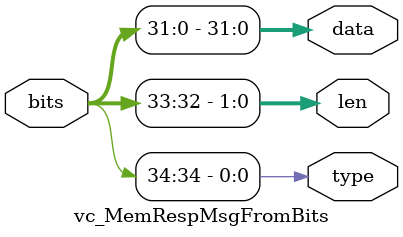
<source format=v>

`ifndef VC_MEM_RESP_MSG_V
`define VC_MEM_RESP_MSG_V


// Data field

`define VC_MEM_RESP_MSG_DATA_SZ( p_data_sz )                            \
  p_data_sz

`define VC_MEM_RESP_MSG_DATA_MSB( p_data_sz )                           \
  ( `VC_MEM_RESP_MSG_DATA_SZ( p_data_sz ) - 1 )

`define VC_MEM_RESP_MSG_DATA_FIELD( p_data_sz )                         \
  (`VC_MEM_RESP_MSG_DATA_MSB( p_data_sz )):                             \
  0

// Length field

`define VC_MEM_RESP_MSG_LEN_SZ( p_data_sz )                             \
  ($clog2(p_data_sz/8))

`define VC_MEM_RESP_MSG_LEN_MSB( p_data_sz )                            \
  (   `VC_MEM_RESP_MSG_DATA_MSB( p_data_sz )                            \
    + `VC_MEM_RESP_MSG_LEN_SZ( p_data_sz ) )

`define VC_MEM_RESP_MSG_LEN_FIELD( p_data_sz )                          \
  (`VC_MEM_RESP_MSG_LEN_MSB( p_data_sz )):                              \
  (`VC_MEM_RESP_MSG_DATA_MSB( p_data_sz ) + 1)

// Type field

`define VC_MEM_RESP_MSG_TYPE_SZ( p_data_sz ) 1
`define VC_MEM_RESP_MSG_TYPE_READ            1'd0
`define VC_MEM_RESP_MSG_TYPE_WRITE           1'd1

`define VC_MEM_RESP_MSG_TYPE_MSB( p_data_sz )                           \
  (   `VC_MEM_RESP_MSG_LEN_MSB( p_data_sz )                             \
    + `VC_MEM_RESP_MSG_TYPE_SZ( p_data_sz ) )

`define VC_MEM_RESP_MSG_TYPE_FIELD( p_data_sz )                         \
  (`VC_MEM_RESP_MSG_TYPE_MSB( p_data_sz )):                             \
  (`VC_MEM_RESP_MSG_LEN_MSB( p_data_sz ) + 1)

// Total size of message

`define VC_MEM_RESP_MSG_SZ( p_data_sz )                                 \
  (   `VC_MEM_RESP_MSG_TYPE_SZ( p_data_sz )                             \
    + `VC_MEM_RESP_MSG_LEN_SZ(  p_data_sz )                             \
    + `VC_MEM_RESP_MSG_DATA_SZ( p_data_sz ) )

//------------------------------------------------------------------------
// Convert message to bits
//------------------------------------------------------------------------

module vc_MemRespMsgToBits
#(
  parameter p_data_sz = 32
)(
  // Input message

  input [`VC_MEM_RESP_MSG_TYPE_SZ(p_data_sz)-1:0] type,
  input [`VC_MEM_RESP_MSG_LEN_SZ(p_data_sz)-1:0]  len,
  input [`VC_MEM_RESP_MSG_DATA_SZ(p_data_sz)-1:0] data,

  // Output bits

  output [`VC_MEM_RESP_MSG_SZ(p_data_sz)-1:0] bits
);

  assign bits[`VC_MEM_RESP_MSG_TYPE_FIELD(p_data_sz)] = type;
  assign bits[`VC_MEM_RESP_MSG_LEN_FIELD(p_data_sz)]  = len;
  assign bits[`VC_MEM_RESP_MSG_DATA_FIELD(p_data_sz)] = data;

endmodule

//------------------------------------------------------------------------
// Convert message from bits
//------------------------------------------------------------------------

module vc_MemRespMsgFromBits
#(
  parameter p_data_sz = 32
)(
  // Input bits

  input [`VC_MEM_RESP_MSG_SZ(p_data_sz)-1:0] bits,

  // Output message

  output [`VC_MEM_RESP_MSG_TYPE_SZ(p_data_sz)-1:0] type,
  output [`VC_MEM_RESP_MSG_LEN_SZ(p_data_sz)-1:0] len,
  output [`VC_MEM_RESP_MSG_DATA_SZ(p_data_sz)-1:0] data
);

  assign type = bits[`VC_MEM_RESP_MSG_TYPE_FIELD(p_data_sz)];
  assign len  = bits[`VC_MEM_RESP_MSG_LEN_FIELD(p_data_sz)];
  assign data = bits[`VC_MEM_RESP_MSG_DATA_FIELD(p_data_sz)];

endmodule

//------------------------------------------------------------------------
// Convert message to string
//------------------------------------------------------------------------

`ifndef SYNTHESIS
module vc_MemRespMsgToStr
#(
  parameter p_data_sz = 32
)(
  input [`VC_MEM_RESP_MSG_SZ(p_data_sz)-1:0] msg
);

  // Extract fields

  wire [`VC_MEM_RESP_MSG_TYPE_SZ(p_data_sz)-1:0] type;
  wire [`VC_MEM_RESP_MSG_LEN_SZ(p_data_sz)-1:0]  len;
  wire [`VC_MEM_RESP_MSG_DATA_SZ(p_data_sz)-1:0] data;

  vc_MemRespMsgFromBits#(p_data_sz) mem_resp_msg_from_bits
  (
    .bits (msg),
    .type (type),
    .len  (len),
    .data (data)
  );

  // Short names

  localparam c_msg_sz = `VC_MEM_RESP_MSG_SZ(p_data_sz);
  localparam c_read   = `VC_MEM_RESP_MSG_TYPE_READ;
  localparam c_write  = `VC_MEM_RESP_MSG_TYPE_WRITE;

  // Full string sized for 14 characters

  reg [1*8-1:0] len_str;
  reg [4*8-1:0] data_str;

  reg [9*8-1:0] full_str;
  always @(*) begin

    $sformat( len_str,  "%x", len  );
    $sformat( data_str, "%x", data );

    if ( msg === {c_msg_sz{1'bx}} )
      $sformat( full_str, "x        ");
    else begin
      case ( type )
        c_read  : $sformat( full_str, "rd:%s:%s", len_str, data_str );
        c_write : $sformat( full_str, "wr       " );
        default : $sformat( full_str, "undefined type" );
      endcase
    end

  end

  // Tiny string sized for 2 characters

  reg [2*8-1:0] tiny_str;
  always @(*) begin

    if ( msg === {c_msg_sz{1'bx}} )
      $sformat( tiny_str, "x ");
    else begin
      case ( type )
        c_read  : $sformat( tiny_str, "rd" );
        c_write : $sformat( tiny_str, "wr" );
        default : $sformat( tiny_str, "??" );
      endcase
    end

  end

endmodule
`endif /* SYNTHESIS */

`endif /* VC_MEM_RESP_MSG_V */


</source>
